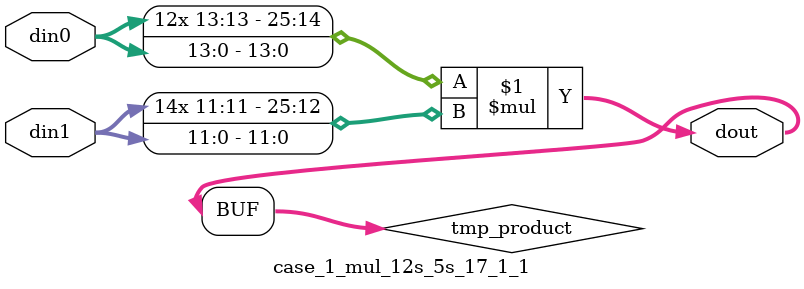
<source format=v>

`timescale 1 ns / 1 ps

 (* use_dsp = "no" *)  module case_1_mul_12s_5s_17_1_1(din0, din1, dout);
parameter ID = 1;
parameter NUM_STAGE = 0;
parameter din0_WIDTH = 14;
parameter din1_WIDTH = 12;
parameter dout_WIDTH = 26;

input [din0_WIDTH - 1 : 0] din0; 
input [din1_WIDTH - 1 : 0] din1; 
output [dout_WIDTH - 1 : 0] dout;

wire signed [dout_WIDTH - 1 : 0] tmp_product;



























assign tmp_product = $signed(din0) * $signed(din1);








assign dout = tmp_product;





















endmodule

</source>
